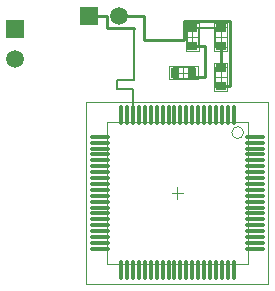
<source format=gtl>
G04 Layer_Physical_Order=1*
G04 Layer_Color=255*
%FSLAX25Y25*%
%MOIN*%
G70*
G01*
G75*
%ADD10R,0.03543X0.02756*%
%ADD11O,0.06890X0.01181*%
%ADD12O,0.01181X0.06890*%
%ADD13R,0.03150X0.03543*%
%ADD14C,0.01000*%
%ADD15C,0.00800*%
%ADD16C,0.00394*%
%ADD17C,0.00197*%
%ADD18C,0.05906*%
%ADD19R,0.05906X0.05906*%
%ADD20R,0.05906X0.05906*%
D10*
X174500Y124406D02*
D03*
Y118500D02*
D03*
X184000Y118500D02*
D03*
Y124406D02*
D03*
X184000Y110906D02*
D03*
Y105000D02*
D03*
D11*
X195386Y88154D02*
D03*
Y86185D02*
D03*
Y84217D02*
D03*
Y82248D02*
D03*
Y80280D02*
D03*
Y78311D02*
D03*
Y76343D02*
D03*
Y74374D02*
D03*
Y72406D02*
D03*
Y70437D02*
D03*
Y68469D02*
D03*
Y66500D02*
D03*
Y64531D02*
D03*
Y62563D02*
D03*
Y60594D02*
D03*
Y58626D02*
D03*
Y56657D02*
D03*
Y54689D02*
D03*
Y52720D02*
D03*
Y50752D02*
D03*
X143614D02*
D03*
Y52720D02*
D03*
Y54689D02*
D03*
Y56657D02*
D03*
Y58626D02*
D03*
Y60594D02*
D03*
Y62563D02*
D03*
Y64531D02*
D03*
Y66500D02*
D03*
Y68469D02*
D03*
Y70437D02*
D03*
Y72406D02*
D03*
Y74374D02*
D03*
Y76343D02*
D03*
Y78311D02*
D03*
Y80280D02*
D03*
Y82248D02*
D03*
Y84217D02*
D03*
Y86185D02*
D03*
Y88154D02*
D03*
D12*
X188201Y43567D02*
D03*
X186232D02*
D03*
X184264D02*
D03*
X182295D02*
D03*
X180327D02*
D03*
X178358D02*
D03*
X176390D02*
D03*
X174421D02*
D03*
X172453D02*
D03*
X170484D02*
D03*
X168516D02*
D03*
X166547D02*
D03*
X164579D02*
D03*
X162610D02*
D03*
X160642D02*
D03*
X158673D02*
D03*
X156705D02*
D03*
X154736D02*
D03*
X152768D02*
D03*
X150799D02*
D03*
Y95339D02*
D03*
X152768D02*
D03*
X154736D02*
D03*
X156705D02*
D03*
X158673D02*
D03*
X160642D02*
D03*
X162610D02*
D03*
X164579D02*
D03*
X166547D02*
D03*
X168516D02*
D03*
X170484D02*
D03*
X172453D02*
D03*
X174421D02*
D03*
X176390D02*
D03*
X178358D02*
D03*
X180327D02*
D03*
X182295D02*
D03*
X184264D02*
D03*
X186232D02*
D03*
X188201D02*
D03*
D13*
X174256Y109453D02*
D03*
X168744D02*
D03*
D14*
X150000Y128500D02*
X158500D01*
Y120500D02*
Y128500D01*
Y120500D02*
X171581D01*
Y126883D01*
X186872D01*
Y105000D02*
Y126883D01*
X184000Y105000D02*
X186872D01*
X174256Y107900D02*
X178531D01*
X174256D02*
Y109453D01*
X174500Y118500D02*
X178531D01*
Y107900D02*
Y118500D01*
X184000Y118500D02*
X184000D01*
X184000Y110906D02*
Y118500D01*
X145947Y124447D02*
X155000D01*
Y124000D02*
Y124447D01*
X145947D02*
Y128500D01*
X140000D02*
X145947D01*
D15*
X174500Y124406D02*
X184000D01*
Y124406D02*
Y124406D01*
X154736Y95339D02*
Y104000D01*
X149500D02*
X154736D01*
X149500D02*
Y107000D01*
X155000D01*
Y124000D01*
D16*
X191547Y89531D02*
G03*
X191547Y89531I-1969J0D01*
G01*
X176370Y118106D02*
Y124799D01*
X172630Y118106D02*
Y124799D01*
X176370D01*
X172630Y118106D02*
X176370D01*
X145878Y45831D02*
Y93075D01*
X193122Y45831D02*
Y93075D01*
X145878Y45831D02*
X193122D01*
X145878Y93075D02*
X193122D01*
X168055Y107583D02*
X174945D01*
X168055Y111323D02*
X174945D01*
Y107583D02*
Y111323D01*
X168055Y107583D02*
Y111323D01*
X182130Y118106D02*
Y124799D01*
X185870Y118106D02*
Y124799D01*
X182130Y118106D02*
X185870D01*
X182130Y124799D02*
X185870D01*
X185870Y104606D02*
Y111299D01*
X182130Y104606D02*
Y111299D01*
X185870D01*
X182130Y104606D02*
X185870D01*
X172630Y121453D02*
X176370D01*
X174500Y119583D02*
Y123323D01*
X176665Y116728D02*
Y126177D01*
X172335Y116728D02*
Y126177D01*
X176665D01*
X172335Y116728D02*
X176665D01*
X167532Y69453D02*
X171469D01*
X169500Y67484D02*
Y71421D01*
X171500Y107583D02*
Y111323D01*
X169630Y109453D02*
X173370D01*
X166776Y107287D02*
X176225D01*
X166776Y111618D02*
X176225D01*
Y107287D02*
Y111618D01*
X166776Y107287D02*
Y111618D01*
X182130Y121453D02*
X185870D01*
X184000Y119583D02*
Y123323D01*
X181835Y116728D02*
Y126177D01*
X186165Y116728D02*
Y126177D01*
X181835Y116728D02*
X186165D01*
X181835Y126177D02*
X186165D01*
X182130Y107953D02*
X185870D01*
X184000Y106083D02*
Y109823D01*
X186165Y103228D02*
Y112677D01*
X181835Y103228D02*
Y112677D01*
X186165D01*
X181835Y103228D02*
X186165D01*
D17*
X139185Y39138D02*
Y99768D01*
X199815Y39138D02*
Y99768D01*
X139185Y39138D02*
X199815D01*
X139185Y99768D02*
X199815D01*
D18*
X115500Y114000D02*
D03*
X150000Y128500D02*
D03*
D19*
X115500Y124000D02*
D03*
D20*
X140000Y128500D02*
D03*
M02*

</source>
